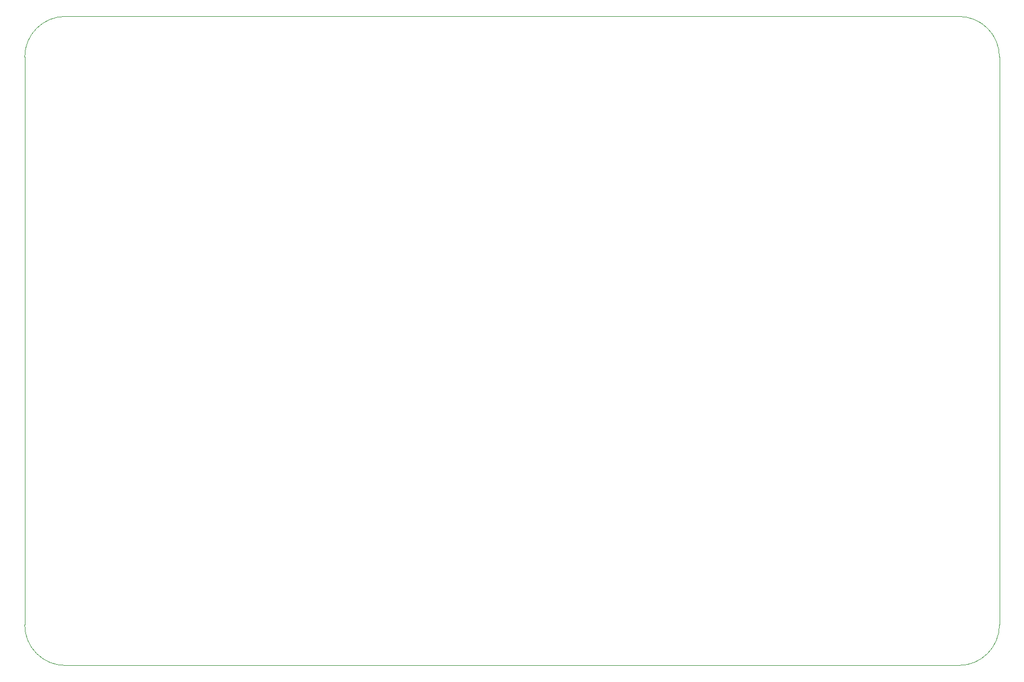
<source format=gbr>
%TF.GenerationSoftware,KiCad,Pcbnew,(6.0.7)*%
%TF.CreationDate,2022-10-29T05:59:00-06:00*%
%TF.ProjectId,atmega-powersupply-v1,61746d65-6761-42d7-906f-776572737570,rev?*%
%TF.SameCoordinates,Original*%
%TF.FileFunction,Profile,NP*%
%FSLAX46Y46*%
G04 Gerber Fmt 4.6, Leading zero omitted, Abs format (unit mm)*
G04 Created by KiCad (PCBNEW (6.0.7)) date 2022-10-29 05:59:00*
%MOMM*%
%LPD*%
G01*
G04 APERTURE LIST*
%TA.AperFunction,Profile*%
%ADD10C,0.100000*%
%TD*%
G04 APERTURE END LIST*
D10*
X190500000Y-31750000D02*
X190500000Y-120650000D01*
X38100000Y-120650000D02*
G75*
G03*
X44450000Y-127000000I6350000J0D01*
G01*
X190500000Y-31750000D02*
G75*
G03*
X184150000Y-25400000I-6350000J0D01*
G01*
X184150000Y-127000000D02*
G75*
G03*
X190500000Y-120650000I0J6350000D01*
G01*
X44450000Y-25400000D02*
G75*
G03*
X38100000Y-31750000I0J-6350000D01*
G01*
X38100000Y-120650000D02*
X38100000Y-31750000D01*
X184150000Y-127000000D02*
X44450000Y-127000000D01*
X44450000Y-25400000D02*
X184150000Y-25400000D01*
M02*

</source>
